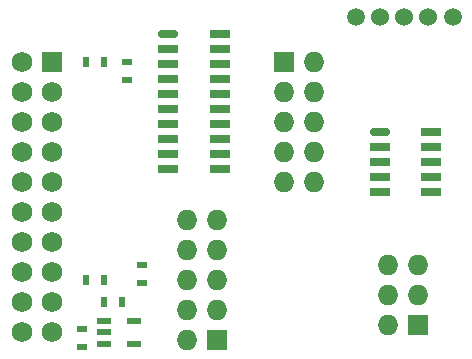
<source format=gts>
G04 #@! TF.FileFunction,Soldermask,Top*
%FSLAX46Y46*%
G04 Gerber Fmt 4.6, Leading zero omitted, Abs format (unit mm)*
G04 Created by KiCad (PCBNEW 4.0.2-stable) date 4/28/2016 10:57:31 AM*
%MOMM*%
G01*
G04 APERTURE LIST*
%ADD10C,0.150000*%
%ADD11R,0.900000X0.500000*%
%ADD12R,0.500000X0.900000*%
%ADD13R,1.750000X1.750000*%
%ADD14C,1.750000*%
%ADD15R,1.750000X0.760000*%
%ADD16O,1.750000X0.760000*%
%ADD17R,1.727200X1.727200*%
%ADD18O,1.727200X1.727200*%
%ADD19C,1.524000*%
%ADD20C,1.500000*%
%ADD21R,1.300000X0.550000*%
G04 APERTURE END LIST*
D10*
D11*
X123190000Y-117856000D03*
X123190000Y-119380000D03*
D12*
X126619000Y-115570000D03*
X125095000Y-115570000D03*
X123571000Y-113665000D03*
X125095000Y-113665000D03*
X123571000Y-95250000D03*
X125095000Y-95250000D03*
D13*
X120650000Y-95250000D03*
D14*
X118110000Y-95250000D03*
X120650000Y-97790000D03*
X118110000Y-97790000D03*
X120650000Y-100330000D03*
X118110000Y-100330000D03*
X120650000Y-102870000D03*
X118110000Y-102870000D03*
X120650000Y-105410000D03*
X118110000Y-105410000D03*
X120650000Y-107950000D03*
X118110000Y-107950000D03*
X120650000Y-110490000D03*
X118110000Y-110490000D03*
X120650000Y-113030000D03*
X118110000Y-113030000D03*
X120650000Y-115570000D03*
X118110000Y-115570000D03*
X120650000Y-118110000D03*
X118110000Y-118110000D03*
D15*
X134890000Y-104307000D03*
X130540000Y-104307000D03*
X134890000Y-103037000D03*
X130540000Y-103037000D03*
X134890000Y-101767000D03*
X130540000Y-101767000D03*
X134890000Y-100497000D03*
X130540000Y-100497000D03*
X134890000Y-99227000D03*
X130540000Y-99227000D03*
D16*
X130540000Y-92877000D03*
D15*
X134890000Y-92877000D03*
X130540000Y-94147000D03*
X134890000Y-94147000D03*
X130540000Y-95417000D03*
X134890000Y-95417000D03*
X130540000Y-96687000D03*
X134890000Y-96687000D03*
X130540000Y-97957000D03*
X134890000Y-97957000D03*
D17*
X140335000Y-95250000D03*
D18*
X142875000Y-95250000D03*
X140335000Y-97790000D03*
X142875000Y-97790000D03*
X140335000Y-100330000D03*
X142875000Y-100330000D03*
X140335000Y-102870000D03*
X142875000Y-102870000D03*
X140335000Y-105410000D03*
X142875000Y-105410000D03*
D16*
X148447000Y-101132000D03*
D15*
X152797000Y-101132000D03*
X148447000Y-102402000D03*
X152797000Y-102402000D03*
X148447000Y-103672000D03*
X152797000Y-103672000D03*
X148447000Y-104942000D03*
X152797000Y-104942000D03*
X148447000Y-106212000D03*
X152797000Y-106212000D03*
D17*
X134620000Y-118745000D03*
D18*
X132080000Y-118745000D03*
X134620000Y-116205000D03*
X132080000Y-116205000D03*
X134620000Y-113665000D03*
X132080000Y-113665000D03*
X134620000Y-111125000D03*
X132080000Y-111125000D03*
X134620000Y-108585000D03*
X132080000Y-108585000D03*
D17*
X151638000Y-117475000D03*
D18*
X149098000Y-117475000D03*
X151638000Y-114935000D03*
X149098000Y-114935000D03*
X151638000Y-112395000D03*
X149098000Y-112395000D03*
D11*
X128270000Y-113919000D03*
X128270000Y-112395000D03*
X127000000Y-96774000D03*
X127000000Y-95250000D03*
D19*
X152495000Y-91440000D03*
X150495000Y-91440000D03*
X148495000Y-91440000D03*
D20*
X154595000Y-91440000D03*
X146395000Y-91440000D03*
D21*
X125095000Y-117160000D03*
X125095000Y-118110000D03*
X125095000Y-119060000D03*
X127595000Y-119060000D03*
X127595000Y-117160000D03*
M02*

</source>
